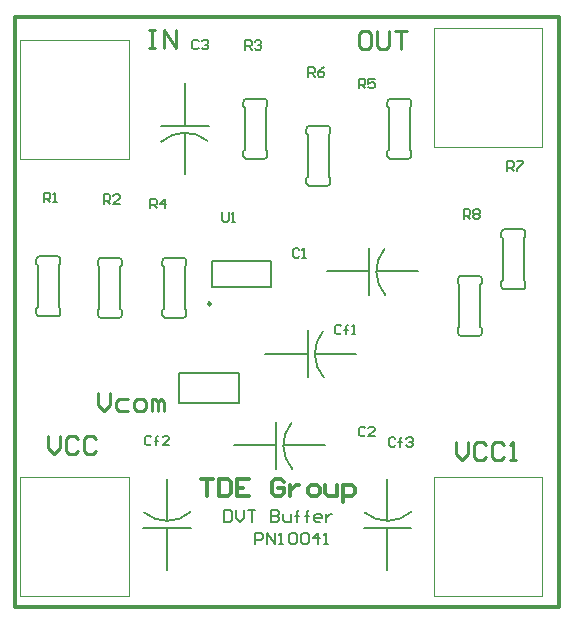
<source format=gto>
G04 Layer_Color=65535*
%FSLAX44Y44*%
%MOMM*%
G71*
G01*
G75*
%ADD14C,0.3000*%
%ADD21C,0.2500*%
%ADD22C,0.1524*%
%ADD23C,0.2000*%
%ADD24C,0.0500*%
%ADD25C,0.1500*%
%ADD26C,0.2540*%
D14*
X157480Y108975D02*
X167477D01*
X162478D01*
Y93980D01*
X172475Y108975D02*
Y93980D01*
X179973D01*
X182472Y96479D01*
Y106476D01*
X179973Y108975D01*
X172475D01*
X197467D02*
X187470D01*
Y93980D01*
X197467D01*
X187470Y101478D02*
X192469D01*
X227457Y106476D02*
X224958Y108975D01*
X219960D01*
X217461Y106476D01*
Y96479D01*
X219960Y93980D01*
X224958D01*
X227457Y96479D01*
Y101478D01*
X222459D01*
X232456Y103977D02*
Y93980D01*
Y98978D01*
X234955Y101478D01*
X237454Y103977D01*
X239953D01*
X249950Y93980D02*
X254948D01*
X257448Y96479D01*
Y101478D01*
X254948Y103977D01*
X249950D01*
X247451Y101478D01*
Y96479D01*
X249950Y93980D01*
X262446Y103977D02*
Y96479D01*
X264945Y93980D01*
X272443D01*
Y103977D01*
X277441Y88982D02*
Y103977D01*
X284939D01*
X287438Y101478D01*
Y96479D01*
X284939Y93980D01*
X277441D01*
X0Y0D02*
Y500000D01*
X460000D01*
Y0D02*
Y500000D01*
X0Y0D02*
X460000D01*
D21*
X165470Y256940D02*
G03*
X165470Y256940I-1250J0D01*
G01*
D22*
X195580Y430530D02*
G03*
X193040Y427990I0J-2540D01*
G01*
X213360D02*
G03*
X210820Y430530I-2540J0D01*
G01*
Y379730D02*
G03*
X213360Y382270I0J2540D01*
G01*
X193040D02*
G03*
X195580Y379730I2540J0D01*
G01*
X429260Y269240D02*
G03*
X431800Y271780I0J2540D01*
G01*
X411480D02*
G03*
X414020Y269240I2540J0D01*
G01*
Y320040D02*
G03*
X411480Y317500I0J-2540D01*
G01*
X431800D02*
G03*
X429260Y320040I-2540J0D01*
G01*
X35560Y246380D02*
G03*
X38100Y248920I0J2540D01*
G01*
X17780D02*
G03*
X20320Y246380I2540J0D01*
G01*
Y297180D02*
G03*
X17780Y294640I0J-2540D01*
G01*
X38100D02*
G03*
X35560Y297180I-2540J0D01*
G01*
X317500Y430530D02*
G03*
X314960Y427990I0J-2540D01*
G01*
X335280D02*
G03*
X332740Y430530I-2540J0D01*
G01*
Y379730D02*
G03*
X335280Y382270I0J2540D01*
G01*
X314960D02*
G03*
X317500Y379730I2540J0D01*
G01*
X248920Y407670D02*
G03*
X246380Y405130I0J-2540D01*
G01*
X266700D02*
G03*
X264160Y407670I-2540J0D01*
G01*
Y356870D02*
G03*
X266700Y359410I0J2540D01*
G01*
X246380D02*
G03*
X248920Y356870I2540J0D01*
G01*
X87630Y245110D02*
G03*
X90170Y247650I0J2540D01*
G01*
X69850D02*
G03*
X72390Y245110I2540J0D01*
G01*
Y295910D02*
G03*
X69850Y293370I0J-2540D01*
G01*
X90170D02*
G03*
X87630Y295910I-2540J0D01*
G01*
X377190Y280670D02*
G03*
X374650Y278130I0J-2540D01*
G01*
X394970D02*
G03*
X392430Y280670I-2540J0D01*
G01*
Y229870D02*
G03*
X394970Y232410I0J2540D01*
G01*
X374650D02*
G03*
X377190Y229870I2540J0D01*
G01*
X127000Y295910D02*
G03*
X124460Y293370I0J-2540D01*
G01*
X144780D02*
G03*
X142240Y295910I-2540J0D01*
G01*
Y245110D02*
G03*
X144780Y247650I0J2540D01*
G01*
X124460D02*
G03*
X127000Y245110I2540J0D01*
G01*
X195580Y430530D02*
X210820D01*
X213360Y424180D02*
Y427990D01*
X193040Y424180D02*
Y427990D01*
X212090Y387350D02*
Y422910D01*
X213360Y424180D01*
X194310Y387350D02*
Y422910D01*
X193040Y424180D02*
X194310Y422910D01*
X212090Y387350D02*
X213360Y386080D01*
Y382270D02*
Y386080D01*
X193040D02*
X194310Y387350D01*
X193040Y382270D02*
Y386080D01*
X195580Y379730D02*
X210820D01*
X414020Y269240D02*
X429260D01*
X411480Y271780D02*
Y275590D01*
X431800Y271780D02*
Y275590D01*
X412750Y276860D02*
Y312420D01*
X411480Y275590D02*
X412750Y276860D01*
X430530D02*
Y312420D01*
Y276860D02*
X431800Y275590D01*
X411480Y313690D02*
X412750Y312420D01*
X411480Y313690D02*
Y317500D01*
X430530Y312420D02*
X431800Y313690D01*
Y317500D01*
X414020Y320040D02*
X429260D01*
X20320Y246380D02*
X35560D01*
X17780Y248920D02*
Y252730D01*
X38100Y248920D02*
Y252730D01*
X19050Y254000D02*
Y289560D01*
X17780Y252730D02*
X19050Y254000D01*
X36830D02*
Y289560D01*
Y254000D02*
X38100Y252730D01*
X17780Y290830D02*
X19050Y289560D01*
X17780Y290830D02*
Y294640D01*
X36830Y289560D02*
X38100Y290830D01*
Y294640D01*
X20320Y297180D02*
X35560D01*
X317500Y430530D02*
X332740D01*
X335280Y424180D02*
Y427990D01*
X314960Y424180D02*
Y427990D01*
X334010Y387350D02*
Y422910D01*
X335280Y424180D01*
X316230Y387350D02*
Y422910D01*
X314960Y424180D02*
X316230Y422910D01*
X334010Y387350D02*
X335280Y386080D01*
Y382270D02*
Y386080D01*
X314960D02*
X316230Y387350D01*
X314960Y382270D02*
Y386080D01*
X317500Y379730D02*
X332740D01*
X248920Y407670D02*
X264160D01*
X266700Y401320D02*
Y405130D01*
X246380Y401320D02*
Y405130D01*
X265430Y364490D02*
Y400050D01*
X266700Y401320D01*
X247650Y364490D02*
Y400050D01*
X246380Y401320D02*
X247650Y400050D01*
X265430Y364490D02*
X266700Y363220D01*
Y359410D02*
Y363220D01*
X246380D02*
X247650Y364490D01*
X246380Y359410D02*
Y363220D01*
X248920Y356870D02*
X264160D01*
X72390Y245110D02*
X87630D01*
X69850Y247650D02*
Y251460D01*
X90170Y247650D02*
Y251460D01*
X71120Y252730D02*
Y288290D01*
X69850Y251460D02*
X71120Y252730D01*
X88900D02*
Y288290D01*
Y252730D02*
X90170Y251460D01*
X69850Y289560D02*
X71120Y288290D01*
X69850Y289560D02*
Y293370D01*
X88900Y288290D02*
X90170Y289560D01*
Y293370D01*
X72390Y295910D02*
X87630D01*
X377190Y280670D02*
X392430D01*
X394970Y274320D02*
Y278130D01*
X374650Y274320D02*
Y278130D01*
X393700Y237490D02*
Y273050D01*
X394970Y274320D01*
X375920Y237490D02*
Y273050D01*
X374650Y274320D02*
X375920Y273050D01*
X393700Y237490D02*
X394970Y236220D01*
Y232410D02*
Y236220D01*
X374650D02*
X375920Y237490D01*
X374650Y232410D02*
Y236220D01*
X377190Y229870D02*
X392430D01*
X127000Y295910D02*
X142240D01*
X144780Y289560D02*
Y293370D01*
X124460Y289560D02*
Y293370D01*
X143510Y252730D02*
Y288290D01*
X144780Y289560D01*
X125730Y252730D02*
Y288290D01*
X124460Y289560D02*
X125730Y288290D01*
X143510Y252730D02*
X144780Y251460D01*
Y247650D02*
Y251460D01*
X124460D02*
X125730Y252730D01*
X124460Y247650D02*
Y251460D01*
X127000Y245110D02*
X142240D01*
D23*
X312522Y303700D02*
G03*
X313209Y264342I22981J-19284D01*
G01*
X162730Y394868D02*
G03*
X123372Y394181I-19284J-22981D01*
G01*
X233782Y156380D02*
G03*
X234469Y117022I22981J-19284D01*
G01*
X260452Y233850D02*
G03*
X261139Y194492I22981J-19284D01*
G01*
X295740Y80262D02*
G03*
X335098Y80949I19284J22981D01*
G01*
X109050Y80262D02*
G03*
X148408Y80949I19284J22981D01*
G01*
X166770Y270940D02*
X216770D01*
X166770Y292940D02*
X216770D01*
X166770Y270940D02*
Y292940D01*
X216770Y270940D02*
Y292940D01*
X263510Y284480D02*
X299760D01*
X305760D02*
X340760D01*
X299760Y264480D02*
Y304480D01*
X143510Y407630D02*
Y443880D01*
Y366630D02*
Y401630D01*
X123510Y407630D02*
X163510D01*
X184770Y137160D02*
X221020D01*
X227020D02*
X262020D01*
X221020Y117160D02*
Y157160D01*
X211440Y214630D02*
X247690D01*
X253690D02*
X288690D01*
X247690Y194630D02*
Y234630D01*
X314960Y31250D02*
Y67500D01*
Y73500D02*
Y108500D01*
X294960Y67500D02*
X334960D01*
X128270Y31250D02*
Y67500D01*
Y73500D02*
Y108500D01*
X108270Y67500D02*
X148270D01*
X138430Y172720D02*
X189230D01*
Y198120D01*
X138430D02*
X189230D01*
X138430Y172720D02*
Y198120D01*
D24*
X96000Y379400D02*
Y480600D01*
X4000D02*
X96000D01*
X4000Y379400D02*
Y480600D01*
Y379400D02*
X96000D01*
X354000Y389400D02*
Y490600D01*
Y389400D02*
X446000D01*
Y490600D01*
X354000D02*
X446000D01*
X354000Y9400D02*
Y110600D01*
Y9400D02*
X446000D01*
Y110600D01*
X354000D02*
X446000D01*
X96000Y9400D02*
Y110600D01*
X4000D02*
X96000D01*
X4000Y9400D02*
Y110600D01*
Y9400D02*
X96000D01*
D25*
X203200Y53340D02*
Y63337D01*
X208198D01*
X209865Y61671D01*
Y58338D01*
X208198Y56672D01*
X203200D01*
X213197Y53340D02*
Y63337D01*
X219861Y53340D01*
Y63337D01*
X223194Y53340D02*
X226526D01*
X224860D01*
Y63337D01*
X223194Y61671D01*
X231524D02*
X233190Y63337D01*
X236523D01*
X238189Y61671D01*
Y55006D01*
X236523Y53340D01*
X233190D01*
X231524Y55006D01*
Y61671D01*
X241521D02*
X243187Y63337D01*
X246519D01*
X248186Y61671D01*
Y55006D01*
X246519Y53340D01*
X243187D01*
X241521Y55006D01*
Y61671D01*
X256516Y53340D02*
Y63337D01*
X251518Y58338D01*
X258182D01*
X261514Y53340D02*
X264847D01*
X263181D01*
Y63337D01*
X261514Y61671D01*
X176530Y82387D02*
Y72390D01*
X181528D01*
X183195Y74056D01*
Y80721D01*
X181528Y82387D01*
X176530D01*
X186527D02*
Y75722D01*
X189859Y72390D01*
X193191Y75722D01*
Y82387D01*
X196524D02*
X203188D01*
X199856D01*
Y72390D01*
X216517Y82387D02*
Y72390D01*
X221516D01*
X223182Y74056D01*
Y75722D01*
X221516Y77388D01*
X216517D01*
X221516D01*
X223182Y79054D01*
Y80721D01*
X221516Y82387D01*
X216517D01*
X226514Y79054D02*
Y74056D01*
X228180Y72390D01*
X233178D01*
Y79054D01*
X238177Y72390D02*
Y80721D01*
Y77388D01*
X236511D01*
X239843D01*
X238177D01*
Y80721D01*
X239843Y82387D01*
X246507Y72390D02*
Y80721D01*
Y77388D01*
X244841D01*
X248174D01*
X246507D01*
Y80721D01*
X248174Y82387D01*
X258170Y72390D02*
X254838D01*
X253172Y74056D01*
Y77388D01*
X254838Y79054D01*
X258170D01*
X259837Y77388D01*
Y75722D01*
X253172D01*
X263169Y79054D02*
Y72390D01*
Y75722D01*
X264835Y77388D01*
X266501Y79054D01*
X268167D01*
X194691Y472313D02*
Y480310D01*
X198690D01*
X200023Y478978D01*
Y476312D01*
X198690Y474979D01*
X194691D01*
X197357D02*
X200023Y472313D01*
X202688Y478978D02*
X204021Y480310D01*
X206687D01*
X208020Y478978D01*
Y477645D01*
X206687Y476312D01*
X205354D01*
X206687D01*
X208020Y474979D01*
Y473646D01*
X206687Y472313D01*
X204021D01*
X202688Y473646D01*
X240282Y302575D02*
X238949Y303907D01*
X236283D01*
X234950Y302575D01*
Y297243D01*
X236283Y295910D01*
X238949D01*
X240282Y297243D01*
X242947Y295910D02*
X245613D01*
X244280D01*
Y303907D01*
X242947Y302575D01*
X416560Y369570D02*
Y377567D01*
X420559D01*
X421892Y376235D01*
Y373569D01*
X420559Y372236D01*
X416560D01*
X419226D02*
X421892Y369570D01*
X424557Y377567D02*
X429889D01*
Y376235D01*
X424557Y370903D01*
Y369570D01*
X24130Y342900D02*
Y350897D01*
X28129D01*
X29462Y349565D01*
Y346899D01*
X28129Y345566D01*
X24130D01*
X26796D02*
X29462Y342900D01*
X32127D02*
X34793D01*
X33460D01*
Y350897D01*
X32127Y349565D01*
X290830Y439420D02*
Y447417D01*
X294829D01*
X296162Y446085D01*
Y443419D01*
X294829Y442086D01*
X290830D01*
X293496D02*
X296162Y439420D01*
X304159Y447417D02*
X298827D01*
Y443419D01*
X301493Y444752D01*
X302826D01*
X304159Y443419D01*
Y440753D01*
X302826Y439420D01*
X300160D01*
X298827Y440753D01*
X248031Y449453D02*
Y457450D01*
X252030D01*
X253363Y456118D01*
Y453452D01*
X252030Y452119D01*
X248031D01*
X250697D02*
X253363Y449453D01*
X261360Y457450D02*
X258694Y456118D01*
X256028Y453452D01*
Y450786D01*
X257361Y449453D01*
X260027D01*
X261360Y450786D01*
Y452119D01*
X260027Y453452D01*
X256028D01*
X155192Y479104D02*
X153859Y480437D01*
X151193D01*
X149860Y479104D01*
Y473773D01*
X151193Y472440D01*
X153859D01*
X155192Y473773D01*
X157857Y479104D02*
X159190Y480437D01*
X161856D01*
X163189Y479104D01*
Y477772D01*
X161856Y476439D01*
X160523D01*
X161856D01*
X163189Y475106D01*
Y473773D01*
X161856Y472440D01*
X159190D01*
X157857Y473773D01*
X74930Y341630D02*
Y349627D01*
X78929D01*
X80262Y348294D01*
Y345629D01*
X78929Y344296D01*
X74930D01*
X77596D02*
X80262Y341630D01*
X88259D02*
X82927D01*
X88259Y346962D01*
Y348294D01*
X86926Y349627D01*
X84260D01*
X82927Y348294D01*
X379730Y328930D02*
Y336927D01*
X383729D01*
X385062Y335594D01*
Y332929D01*
X383729Y331596D01*
X379730D01*
X382396D02*
X385062Y328930D01*
X387727Y335594D02*
X389060Y336927D01*
X391726D01*
X393059Y335594D01*
Y334262D01*
X391726Y332929D01*
X393059Y331596D01*
Y330263D01*
X391726Y328930D01*
X389060D01*
X387727Y330263D01*
Y331596D01*
X389060Y332929D01*
X387727Y334262D01*
Y335594D01*
X389060Y332929D02*
X391726D01*
X296162Y151445D02*
X294829Y152777D01*
X292163D01*
X290830Y151445D01*
Y146113D01*
X292163Y144780D01*
X294829D01*
X296162Y146113D01*
X304159Y144780D02*
X298827D01*
X304159Y150112D01*
Y151445D01*
X302826Y152777D01*
X300160D01*
X298827Y151445D01*
X114300Y337820D02*
Y345817D01*
X118299D01*
X119632Y344484D01*
Y341819D01*
X118299Y340486D01*
X114300D01*
X116966D02*
X119632Y337820D01*
X126296D02*
Y345817D01*
X122297Y341819D01*
X127629D01*
X275842Y237805D02*
X274509Y239137D01*
X271843D01*
X270510Y237805D01*
Y232473D01*
X271843Y231140D01*
X274509D01*
X275842Y232473D01*
X279840Y231140D02*
Y237805D01*
Y235139D01*
X278507D01*
X281173D01*
X279840D01*
Y237805D01*
X281173Y239137D01*
X285172Y231140D02*
X287838D01*
X286505D01*
Y239137D01*
X285172Y237805D01*
X321562Y142555D02*
X320229Y143887D01*
X317563D01*
X316230Y142555D01*
Y137223D01*
X317563Y135890D01*
X320229D01*
X321562Y137223D01*
X325560Y135890D02*
Y142555D01*
Y139889D01*
X324227D01*
X326893D01*
X325560D01*
Y142555D01*
X326893Y143887D01*
X330892Y142555D02*
X332225Y143887D01*
X334891D01*
X336224Y142555D01*
Y141222D01*
X334891Y139889D01*
X333558D01*
X334891D01*
X336224Y138556D01*
Y137223D01*
X334891Y135890D01*
X332225D01*
X330892Y137223D01*
X115187Y143848D02*
X113854Y145180D01*
X111188D01*
X109855Y143848D01*
Y138516D01*
X111188Y137183D01*
X113854D01*
X115187Y138516D01*
X119185Y137183D02*
Y143848D01*
Y141182D01*
X117852D01*
X120518D01*
X119185D01*
Y143848D01*
X120518Y145180D01*
X129849Y137183D02*
X124517D01*
X129849Y142515D01*
Y143848D01*
X128516Y145180D01*
X125850D01*
X124517Y143848D01*
X175133Y334514D02*
Y327850D01*
X176466Y326517D01*
X179132D01*
X180465Y327850D01*
Y334514D01*
X183130Y326517D02*
X185796D01*
X184463D01*
Y334514D01*
X183130Y333181D01*
D26*
X113030Y488945D02*
X118108D01*
X115569D01*
Y473710D01*
X113030D01*
X118108D01*
X125726D02*
Y488945D01*
X135883Y473710D01*
Y488945D01*
X298447Y487675D02*
X293369D01*
X290830Y485136D01*
Y474979D01*
X293369Y472440D01*
X298447D01*
X300987Y474979D01*
Y485136D01*
X298447Y487675D01*
X306065D02*
Y474979D01*
X308604Y472440D01*
X313683D01*
X316222Y474979D01*
Y487675D01*
X321300D02*
X331457D01*
X326379D01*
Y472440D01*
X69850Y181605D02*
Y171448D01*
X74928Y166370D01*
X80007Y171448D01*
Y181605D01*
X95242Y176527D02*
X87624D01*
X85085Y173988D01*
Y168909D01*
X87624Y166370D01*
X95242D01*
X102859D02*
X107938D01*
X110477Y168909D01*
Y173988D01*
X107938Y176527D01*
X102859D01*
X100320Y173988D01*
Y168909D01*
X102859Y166370D01*
X115555D02*
Y176527D01*
X118094D01*
X120634Y173988D01*
Y166370D01*
Y173988D01*
X123173Y176527D01*
X125712Y173988D01*
Y166370D01*
X373330Y140005D02*
Y129848D01*
X378408Y124770D01*
X383487Y129848D01*
Y140005D01*
X398722Y137466D02*
X396183Y140005D01*
X391104D01*
X388565Y137466D01*
Y127309D01*
X391104Y124770D01*
X396183D01*
X398722Y127309D01*
X413957Y137466D02*
X411418Y140005D01*
X406339D01*
X403800Y137466D01*
Y127309D01*
X406339Y124770D01*
X411418D01*
X413957Y127309D01*
X419035Y124770D02*
X424114D01*
X421574D01*
Y140005D01*
X419035Y137466D01*
X27940Y144775D02*
Y134618D01*
X33018Y129540D01*
X38097Y134618D01*
Y144775D01*
X53332Y142236D02*
X50793Y144775D01*
X45714D01*
X43175Y142236D01*
Y132079D01*
X45714Y129540D01*
X50793D01*
X53332Y132079D01*
X68567Y142236D02*
X66028Y144775D01*
X60949D01*
X58410Y142236D01*
Y132079D01*
X60949Y129540D01*
X66028D01*
X68567Y132079D01*
M02*

</source>
